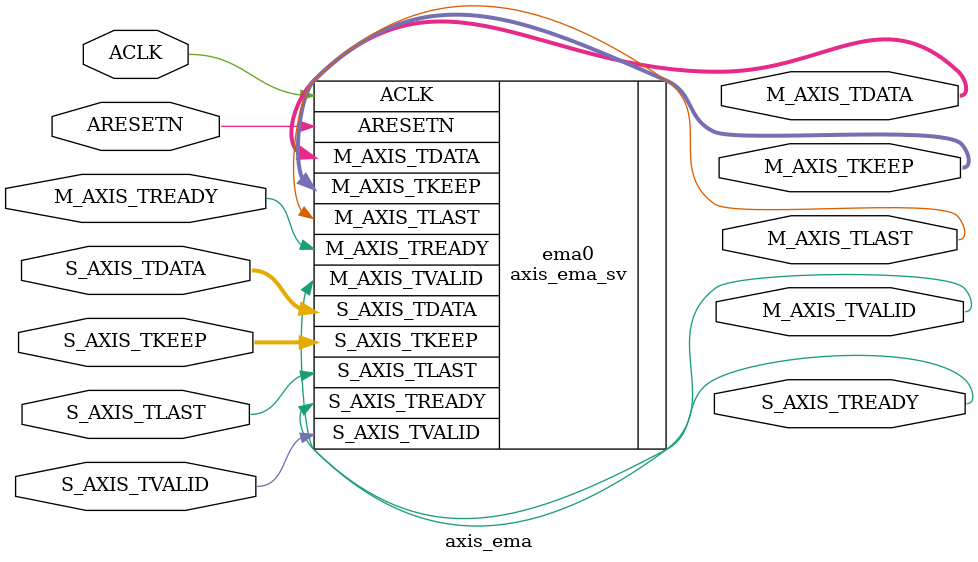
<source format=v>
`timescale 1ns / 1ps


module axis_ema(
    input           ACLK,
    input           ARESETN,

    input [31:0]    S_AXIS_TDATA,
    input [3:0]     S_AXIS_TKEEP,
    input           S_AXIS_TLAST,
    input           S_AXIS_TVALID,
    output          S_AXIS_TREADY,

    output [31:0]   M_AXIS_TDATA,
    output [3:0]    M_AXIS_TKEEP,
    output          M_AXIS_TLAST,
    output          M_AXIS_TVALID,
    input           M_AXIS_TREADY

    );

    axis_ema_sv ema0 (
        .ACLK(ACLK),
        .ARESETN(ARESETN),

        .S_AXIS_TDATA(S_AXIS_TDATA),
        .S_AXIS_TKEEP(S_AXIS_TKEEP),
        .S_AXIS_TLAST(S_AXIS_TLAST),
        .S_AXIS_TVALID(S_AXIS_TVALID),
        .S_AXIS_TREADY(S_AXIS_TREADY),

        .M_AXIS_TDATA(M_AXIS_TDATA),
        .M_AXIS_TKEEP(M_AXIS_TKEEP),
        .M_AXIS_TLAST(M_AXIS_TLAST),
        .M_AXIS_TVALID(M_AXIS_TVALID),
        .M_AXIS_TREADY(M_AXIS_TREADY)
    );

       
endmodule

</source>
